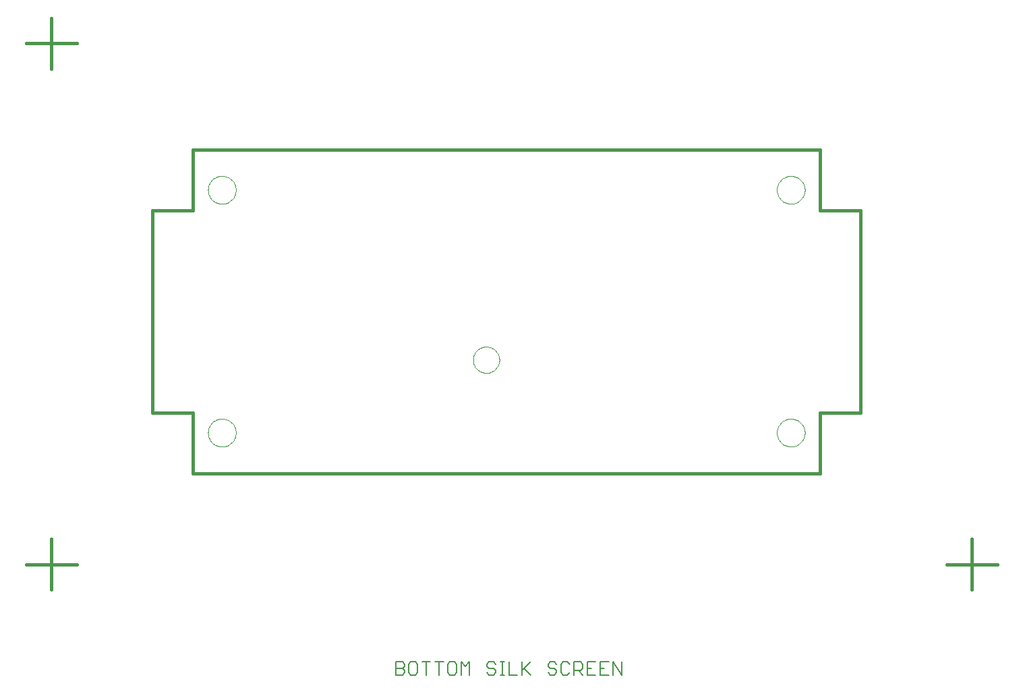
<source format=gbo>
G75*
G70*
%OFA0B0*%
%FSLAX24Y24*%
%IPPOS*%
%LPD*%
%AMOC8*
5,1,8,0,0,1.08239X$1,22.5*
%
%ADD10C,0.0160*%
%ADD11C,0.0000*%
%ADD12C,0.0060*%
D10*
X004331Y004583D02*
X004331Y007083D01*
X003081Y005833D02*
X005581Y005833D01*
X011331Y010333D02*
X011331Y013333D01*
X009331Y013333D01*
X009331Y023333D01*
X011331Y023333D01*
X011331Y026333D01*
X042331Y026333D01*
X042331Y023333D01*
X044331Y023333D01*
X044331Y013333D01*
X042331Y013333D01*
X042331Y010333D01*
X011331Y010333D01*
X004331Y030333D02*
X004331Y032833D01*
X003081Y031583D02*
X005581Y031583D01*
X048581Y005833D02*
X051081Y005833D01*
X049831Y004583D02*
X049831Y007083D01*
D11*
X040204Y012333D02*
X040206Y012385D01*
X040212Y012437D01*
X040222Y012488D01*
X040235Y012538D01*
X040253Y012588D01*
X040274Y012635D01*
X040298Y012681D01*
X040327Y012725D01*
X040358Y012767D01*
X040392Y012806D01*
X040429Y012843D01*
X040469Y012876D01*
X040512Y012907D01*
X040556Y012934D01*
X040602Y012958D01*
X040651Y012978D01*
X040700Y012994D01*
X040751Y013007D01*
X040802Y013016D01*
X040854Y013021D01*
X040906Y013022D01*
X040958Y013019D01*
X041010Y013012D01*
X041061Y013001D01*
X041111Y012987D01*
X041160Y012968D01*
X041207Y012946D01*
X041252Y012921D01*
X041296Y012892D01*
X041337Y012860D01*
X041376Y012825D01*
X041411Y012787D01*
X041444Y012746D01*
X041474Y012704D01*
X041500Y012659D01*
X041523Y012612D01*
X041542Y012563D01*
X041558Y012513D01*
X041570Y012463D01*
X041578Y012411D01*
X041582Y012359D01*
X041582Y012307D01*
X041578Y012255D01*
X041570Y012203D01*
X041558Y012153D01*
X041542Y012103D01*
X041523Y012054D01*
X041500Y012007D01*
X041474Y011962D01*
X041444Y011920D01*
X041411Y011879D01*
X041376Y011841D01*
X041337Y011806D01*
X041296Y011774D01*
X041252Y011745D01*
X041207Y011720D01*
X041160Y011698D01*
X041111Y011679D01*
X041061Y011665D01*
X041010Y011654D01*
X040958Y011647D01*
X040906Y011644D01*
X040854Y011645D01*
X040802Y011650D01*
X040751Y011659D01*
X040700Y011672D01*
X040651Y011688D01*
X040602Y011708D01*
X040556Y011732D01*
X040512Y011759D01*
X040469Y011790D01*
X040429Y011823D01*
X040392Y011860D01*
X040358Y011899D01*
X040327Y011941D01*
X040298Y011985D01*
X040274Y012031D01*
X040253Y012078D01*
X040235Y012128D01*
X040222Y012178D01*
X040212Y012229D01*
X040206Y012281D01*
X040204Y012333D01*
X025181Y015933D02*
X025183Y015983D01*
X025189Y016033D01*
X025199Y016083D01*
X025212Y016131D01*
X025229Y016179D01*
X025250Y016225D01*
X025274Y016269D01*
X025302Y016311D01*
X025333Y016351D01*
X025367Y016388D01*
X025404Y016423D01*
X025443Y016454D01*
X025484Y016483D01*
X025528Y016508D01*
X025574Y016530D01*
X025621Y016548D01*
X025669Y016562D01*
X025718Y016573D01*
X025768Y016580D01*
X025818Y016583D01*
X025869Y016582D01*
X025919Y016577D01*
X025969Y016568D01*
X026017Y016556D01*
X026065Y016539D01*
X026111Y016519D01*
X026156Y016496D01*
X026199Y016469D01*
X026239Y016439D01*
X026277Y016406D01*
X026312Y016370D01*
X026345Y016331D01*
X026374Y016290D01*
X026400Y016247D01*
X026423Y016202D01*
X026442Y016155D01*
X026457Y016107D01*
X026469Y016058D01*
X026477Y016008D01*
X026481Y015958D01*
X026481Y015908D01*
X026477Y015858D01*
X026469Y015808D01*
X026457Y015759D01*
X026442Y015711D01*
X026423Y015664D01*
X026400Y015619D01*
X026374Y015576D01*
X026345Y015535D01*
X026312Y015496D01*
X026277Y015460D01*
X026239Y015427D01*
X026199Y015397D01*
X026156Y015370D01*
X026111Y015347D01*
X026065Y015327D01*
X026017Y015310D01*
X025969Y015298D01*
X025919Y015289D01*
X025869Y015284D01*
X025818Y015283D01*
X025768Y015286D01*
X025718Y015293D01*
X025669Y015304D01*
X025621Y015318D01*
X025574Y015336D01*
X025528Y015358D01*
X025484Y015383D01*
X025443Y015412D01*
X025404Y015443D01*
X025367Y015478D01*
X025333Y015515D01*
X025302Y015555D01*
X025274Y015597D01*
X025250Y015641D01*
X025229Y015687D01*
X025212Y015735D01*
X025199Y015783D01*
X025189Y015833D01*
X025183Y015883D01*
X025181Y015933D01*
X012079Y012333D02*
X012081Y012385D01*
X012087Y012437D01*
X012097Y012488D01*
X012110Y012538D01*
X012128Y012588D01*
X012149Y012635D01*
X012173Y012681D01*
X012202Y012725D01*
X012233Y012767D01*
X012267Y012806D01*
X012304Y012843D01*
X012344Y012876D01*
X012387Y012907D01*
X012431Y012934D01*
X012477Y012958D01*
X012526Y012978D01*
X012575Y012994D01*
X012626Y013007D01*
X012677Y013016D01*
X012729Y013021D01*
X012781Y013022D01*
X012833Y013019D01*
X012885Y013012D01*
X012936Y013001D01*
X012986Y012987D01*
X013035Y012968D01*
X013082Y012946D01*
X013127Y012921D01*
X013171Y012892D01*
X013212Y012860D01*
X013251Y012825D01*
X013286Y012787D01*
X013319Y012746D01*
X013349Y012704D01*
X013375Y012659D01*
X013398Y012612D01*
X013417Y012563D01*
X013433Y012513D01*
X013445Y012463D01*
X013453Y012411D01*
X013457Y012359D01*
X013457Y012307D01*
X013453Y012255D01*
X013445Y012203D01*
X013433Y012153D01*
X013417Y012103D01*
X013398Y012054D01*
X013375Y012007D01*
X013349Y011962D01*
X013319Y011920D01*
X013286Y011879D01*
X013251Y011841D01*
X013212Y011806D01*
X013171Y011774D01*
X013127Y011745D01*
X013082Y011720D01*
X013035Y011698D01*
X012986Y011679D01*
X012936Y011665D01*
X012885Y011654D01*
X012833Y011647D01*
X012781Y011644D01*
X012729Y011645D01*
X012677Y011650D01*
X012626Y011659D01*
X012575Y011672D01*
X012526Y011688D01*
X012477Y011708D01*
X012431Y011732D01*
X012387Y011759D01*
X012344Y011790D01*
X012304Y011823D01*
X012267Y011860D01*
X012233Y011899D01*
X012202Y011941D01*
X012173Y011985D01*
X012149Y012031D01*
X012128Y012078D01*
X012110Y012128D01*
X012097Y012178D01*
X012087Y012229D01*
X012081Y012281D01*
X012079Y012333D01*
X012079Y024333D02*
X012081Y024385D01*
X012087Y024437D01*
X012097Y024488D01*
X012110Y024538D01*
X012128Y024588D01*
X012149Y024635D01*
X012173Y024681D01*
X012202Y024725D01*
X012233Y024767D01*
X012267Y024806D01*
X012304Y024843D01*
X012344Y024876D01*
X012387Y024907D01*
X012431Y024934D01*
X012477Y024958D01*
X012526Y024978D01*
X012575Y024994D01*
X012626Y025007D01*
X012677Y025016D01*
X012729Y025021D01*
X012781Y025022D01*
X012833Y025019D01*
X012885Y025012D01*
X012936Y025001D01*
X012986Y024987D01*
X013035Y024968D01*
X013082Y024946D01*
X013127Y024921D01*
X013171Y024892D01*
X013212Y024860D01*
X013251Y024825D01*
X013286Y024787D01*
X013319Y024746D01*
X013349Y024704D01*
X013375Y024659D01*
X013398Y024612D01*
X013417Y024563D01*
X013433Y024513D01*
X013445Y024463D01*
X013453Y024411D01*
X013457Y024359D01*
X013457Y024307D01*
X013453Y024255D01*
X013445Y024203D01*
X013433Y024153D01*
X013417Y024103D01*
X013398Y024054D01*
X013375Y024007D01*
X013349Y023962D01*
X013319Y023920D01*
X013286Y023879D01*
X013251Y023841D01*
X013212Y023806D01*
X013171Y023774D01*
X013127Y023745D01*
X013082Y023720D01*
X013035Y023698D01*
X012986Y023679D01*
X012936Y023665D01*
X012885Y023654D01*
X012833Y023647D01*
X012781Y023644D01*
X012729Y023645D01*
X012677Y023650D01*
X012626Y023659D01*
X012575Y023672D01*
X012526Y023688D01*
X012477Y023708D01*
X012431Y023732D01*
X012387Y023759D01*
X012344Y023790D01*
X012304Y023823D01*
X012267Y023860D01*
X012233Y023899D01*
X012202Y023941D01*
X012173Y023985D01*
X012149Y024031D01*
X012128Y024078D01*
X012110Y024128D01*
X012097Y024178D01*
X012087Y024229D01*
X012081Y024281D01*
X012079Y024333D01*
X040204Y024333D02*
X040206Y024385D01*
X040212Y024437D01*
X040222Y024488D01*
X040235Y024538D01*
X040253Y024588D01*
X040274Y024635D01*
X040298Y024681D01*
X040327Y024725D01*
X040358Y024767D01*
X040392Y024806D01*
X040429Y024843D01*
X040469Y024876D01*
X040512Y024907D01*
X040556Y024934D01*
X040602Y024958D01*
X040651Y024978D01*
X040700Y024994D01*
X040751Y025007D01*
X040802Y025016D01*
X040854Y025021D01*
X040906Y025022D01*
X040958Y025019D01*
X041010Y025012D01*
X041061Y025001D01*
X041111Y024987D01*
X041160Y024968D01*
X041207Y024946D01*
X041252Y024921D01*
X041296Y024892D01*
X041337Y024860D01*
X041376Y024825D01*
X041411Y024787D01*
X041444Y024746D01*
X041474Y024704D01*
X041500Y024659D01*
X041523Y024612D01*
X041542Y024563D01*
X041558Y024513D01*
X041570Y024463D01*
X041578Y024411D01*
X041582Y024359D01*
X041582Y024307D01*
X041578Y024255D01*
X041570Y024203D01*
X041558Y024153D01*
X041542Y024103D01*
X041523Y024054D01*
X041500Y024007D01*
X041474Y023962D01*
X041444Y023920D01*
X041411Y023879D01*
X041376Y023841D01*
X041337Y023806D01*
X041296Y023774D01*
X041252Y023745D01*
X041207Y023720D01*
X041160Y023698D01*
X041111Y023679D01*
X041061Y023665D01*
X041010Y023654D01*
X040958Y023647D01*
X040906Y023644D01*
X040854Y023645D01*
X040802Y023650D01*
X040751Y023659D01*
X040700Y023672D01*
X040651Y023688D01*
X040602Y023708D01*
X040556Y023732D01*
X040512Y023759D01*
X040469Y023790D01*
X040429Y023823D01*
X040392Y023860D01*
X040358Y023899D01*
X040327Y023941D01*
X040298Y023985D01*
X040274Y024031D01*
X040253Y024078D01*
X040235Y024128D01*
X040222Y024178D01*
X040212Y024229D01*
X040206Y024281D01*
X040204Y024333D01*
D12*
X032530Y001004D02*
X032530Y000363D01*
X032103Y001004D01*
X032103Y000363D01*
X032103Y001004D01*
X032530Y000363D01*
X032530Y001004D01*
X031886Y001004D02*
X031459Y001004D01*
X031459Y000363D01*
X031886Y000363D01*
X031459Y000363D01*
X031459Y001004D01*
X031886Y001004D01*
X031672Y000684D02*
X031459Y000684D01*
X031672Y000684D01*
X031241Y001004D02*
X030814Y001004D01*
X030814Y000363D01*
X031241Y000363D01*
X030814Y000363D01*
X030814Y001004D01*
X031241Y001004D01*
X031028Y000684D02*
X030814Y000684D01*
X031028Y000684D01*
X030597Y000684D02*
X030490Y000577D01*
X030170Y000577D01*
X030490Y000577D01*
X030597Y000684D01*
X030597Y000897D01*
X030490Y001004D01*
X030170Y001004D01*
X030170Y000363D01*
X030170Y001004D01*
X030490Y001004D01*
X030597Y000897D01*
X030597Y000684D01*
X030383Y000577D02*
X030597Y000363D01*
X030383Y000577D01*
X029952Y000470D02*
X029846Y000363D01*
X029632Y000363D01*
X029525Y000470D01*
X029525Y000897D01*
X029632Y001004D01*
X029846Y001004D01*
X029952Y000897D01*
X029846Y001004D01*
X029632Y001004D01*
X029525Y000897D01*
X029525Y000470D01*
X029632Y000363D01*
X029846Y000363D01*
X029952Y000470D01*
X029308Y000470D02*
X029201Y000363D01*
X028987Y000363D01*
X028881Y000470D01*
X028987Y000363D01*
X029201Y000363D01*
X029308Y000470D01*
X029308Y000577D01*
X029201Y000684D01*
X028987Y000684D01*
X028881Y000790D01*
X028881Y000897D01*
X028987Y001004D01*
X029201Y001004D01*
X029308Y000897D01*
X029201Y001004D01*
X028987Y001004D01*
X028881Y000897D01*
X028881Y000790D01*
X028987Y000684D01*
X029201Y000684D01*
X029308Y000577D01*
X029308Y000470D01*
X028019Y000363D02*
X027698Y000684D01*
X028019Y000363D01*
X027592Y000363D02*
X027592Y001004D01*
X027592Y000363D01*
X027592Y000577D02*
X028019Y001004D01*
X027592Y000577D01*
X027374Y000363D02*
X026947Y000363D01*
X026947Y001004D01*
X026947Y000363D01*
X027374Y000363D01*
X026731Y000363D02*
X026517Y000363D01*
X026731Y000363D01*
X026624Y000363D02*
X026624Y001004D01*
X026624Y000363D01*
X026300Y000470D02*
X026193Y000363D01*
X025980Y000363D01*
X025873Y000470D01*
X025980Y000363D01*
X026193Y000363D01*
X026300Y000470D01*
X026300Y000577D01*
X026193Y000684D01*
X025980Y000684D01*
X025873Y000790D01*
X025873Y000897D01*
X025980Y001004D01*
X026193Y001004D01*
X026300Y000897D01*
X026193Y001004D01*
X025980Y001004D01*
X025873Y000897D01*
X025873Y000790D01*
X025980Y000684D01*
X026193Y000684D01*
X026300Y000577D01*
X026300Y000470D01*
X026517Y001004D02*
X026731Y001004D01*
X026517Y001004D01*
X025011Y001004D02*
X025011Y000363D01*
X025011Y001004D01*
X024797Y000790D01*
X024584Y001004D01*
X024584Y000363D01*
X024584Y001004D01*
X024797Y000790D01*
X025011Y001004D01*
X024366Y000897D02*
X024259Y001004D01*
X024046Y001004D01*
X023939Y000897D01*
X023939Y000470D01*
X024046Y000363D01*
X024259Y000363D01*
X024366Y000470D01*
X024366Y000897D01*
X024259Y001004D01*
X024046Y001004D01*
X023939Y000897D01*
X023939Y000470D01*
X024046Y000363D01*
X024259Y000363D01*
X024366Y000470D01*
X024366Y000897D01*
X023722Y001004D02*
X023295Y001004D01*
X023722Y001004D01*
X023508Y001004D02*
X023508Y000363D01*
X023508Y001004D01*
X023077Y001004D02*
X022650Y001004D01*
X023077Y001004D01*
X022864Y001004D02*
X022864Y000363D01*
X022864Y001004D01*
X022433Y000897D02*
X022326Y001004D01*
X022112Y001004D01*
X022006Y000897D01*
X022006Y000470D01*
X022112Y000363D01*
X022326Y000363D01*
X022433Y000470D01*
X022433Y000897D01*
X022326Y001004D01*
X022112Y001004D01*
X022006Y000897D01*
X022006Y000470D01*
X022112Y000363D01*
X022326Y000363D01*
X022433Y000470D01*
X022433Y000897D01*
X021788Y000897D02*
X021681Y001004D01*
X021361Y001004D01*
X021361Y000363D01*
X021681Y000363D01*
X021788Y000470D01*
X021788Y000577D01*
X021681Y000684D01*
X021361Y000684D01*
X021681Y000684D01*
X021788Y000790D01*
X021788Y000897D01*
X021788Y000790D01*
X021681Y000684D01*
X021788Y000577D01*
X021788Y000470D01*
X021681Y000363D01*
X021361Y000363D01*
X021361Y001004D01*
X021681Y001004D01*
X021788Y000897D01*
M02*

</source>
